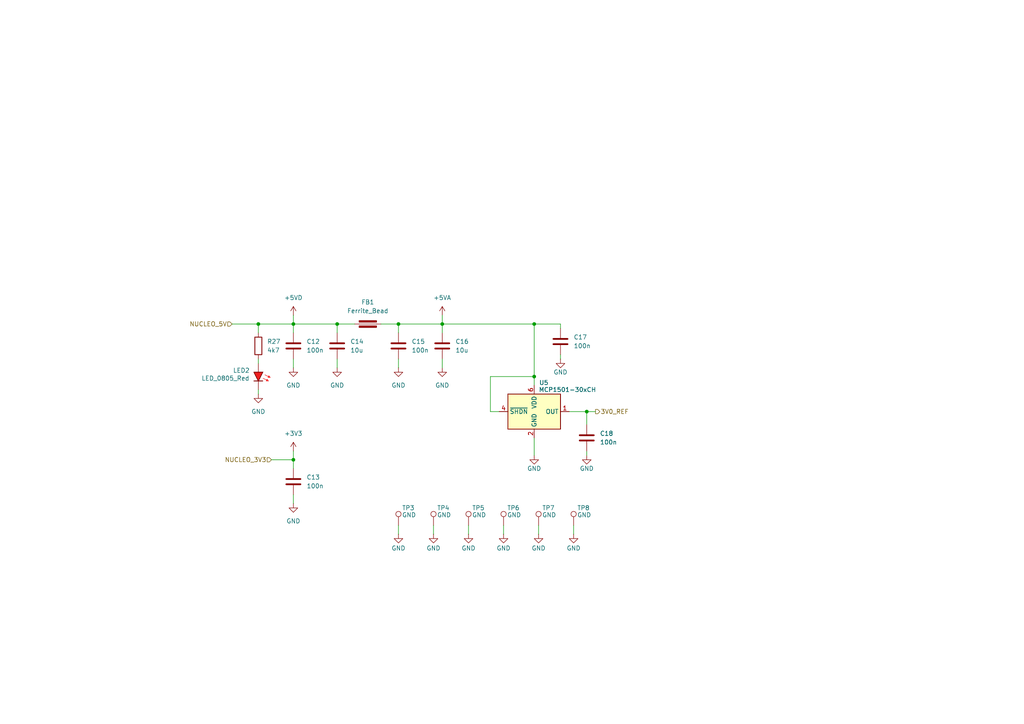
<source format=kicad_sch>
(kicad_sch (version 20231120) (generator "eeschema") (generator_version "8.0")
  (paper "A4")
  (lib_symbols
    (symbol "Connector:TestPoint" (pin_numbers hide) (pin_names (offset 0.762) hide)
      (property "Reference" "TP" (at 0 6.858 0))
      (property "Value" "TestPoint" (at 0 5.08 0))
      (symbol "TestPoint_0_1"
        (circle (center 0 3.302) (radius 0.762))
      )
      (symbol "TestPoint_1_1"
        (pin passive line (at 0 0 90) (length 2.54) (name "1") (number "1"))
      )
    )
    (symbol "PCM_Capacitor_AKL:C_0603" (pin_numbers hide) (pin_names (offset 0.254))
      (property "Reference" "C" (at 0.635 2.54 0))
      (property "Value" "C_0603" (at 0.635 -2.54 0))
      (symbol "C_0603_0_1"
        (polyline (pts (xy -2.032 -0.762) (xy 2.032 -0.762)) (stroke (width 0.508)))
        (polyline (pts (xy -2.032 0.762) (xy 2.032 0.762)) (stroke (width 0.508)))
      )
      (symbol "C_0603_0_2"
        (polyline (pts (xy -2.54 -2.54) (xy -0.381 -0.381)))
        (polyline (pts (xy -0.508 -0.508) (xy -1.651 0.635)) (stroke (width 0.508)))
        (polyline (pts (xy -0.508 -0.508) (xy 0.635 -1.651)) (stroke (width 0.508)))
        (polyline (pts (xy 0.381 0.381) (xy 2.54 2.54)))
        (polyline (pts (xy 0.508 0.508) (xy -0.635 1.651)) (stroke (width 0.508)))
        (polyline (pts (xy 0.508 0.508) (xy 1.651 -0.635)) (stroke (width 0.508)))
      )
      (symbol "C_0603_1_1"
        (pin passive line (at 0 3.81 270) (length 2.794) (name "~") (number "1"))
        (pin passive line (at 0 -3.81 90) (length 2.794) (name "~") (number "2"))
      )
      (symbol "C_0603_1_2"
        (pin passive line (at 2.54 2.54 270) (length 0) (name "~") (number "1"))
        (pin passive line (at -2.54 -2.54 90) (length 0) (name "~") (number "2"))
      )
    )
    (symbol "PCM_Capacitor_AKL:C_0805" (pin_numbers hide) (pin_names (offset 0.254))
      (property "Reference" "C" (at 0.635 2.54 0))
      (property "Value" "C_0805" (at 0.635 -2.54 0))
      (symbol "C_0805_0_1"
        (polyline (pts (xy -2.032 -0.762) (xy 2.032 -0.762)) (stroke (width 0.508)))
        (polyline (pts (xy -2.032 0.762) (xy 2.032 0.762)) (stroke (width 0.508)))
      )
      (symbol "C_0805_0_2"
        (polyline (pts (xy -2.54 -2.54) (xy -0.381 -0.381)))
        (polyline (pts (xy -0.508 -0.508) (xy -1.651 0.635)) (stroke (width 0.508)))
        (polyline (pts (xy -0.508 -0.508) (xy 0.635 -1.651)) (stroke (width 0.508)))
        (polyline (pts (xy 0.381 0.381) (xy 2.54 2.54)))
        (polyline (pts (xy 0.508 0.508) (xy -0.635 1.651)) (stroke (width 0.508)))
        (polyline (pts (xy 0.508 0.508) (xy 1.651 -0.635)) (stroke (width 0.508)))
      )
      (symbol "C_0805_1_1"
        (pin passive line (at 0 3.81 270) (length 2.794) (name "~") (number "1"))
        (pin passive line (at 0 -3.81 90) (length 2.794) (name "~") (number "2"))
      )
      (symbol "C_0805_1_2"
        (pin passive line (at 2.54 2.54 270) (length 0) (name "~") (number "1"))
        (pin passive line (at -2.54 -2.54 90) (length 0) (name "~") (number "2"))
      )
    )
    (symbol "PCM_Device_AKL:Ferrite_Bead" (pin_numbers hide) (pin_names (offset 0))
      (property "Reference" "FB" (at 0 4.572 0))
      (property "Value" "Ferrite_Bead" (at 0 3.175 0))
      (symbol "Ferrite_Bead_0_1"
        (rectangle (start -2.54 1.016) (end 2.54 0.508) (fill (type outline)))
        (polyline (pts (xy 2.54 0) (xy -2.54 0)))
      )
      (symbol "Ferrite_Bead_1_1"
        (rectangle (start -2.54 -0.508) (end 2.54 -1.016) (fill (type outline)))
        (pin passive line (at -3.81 0 0) (length 1.27) (name "~") (number "1"))
        (pin passive line (at 3.81 0 180) (length 1.27) (name "~") (number "2"))
      )
    )
    (symbol "PCM_LED_AKL:LED_0805_Red" (pin_numbers hide) (pin_names (offset 1.016) hide)
      (property "Reference" "LED" (at 0 7.62 0))
      (property "Value" "LED_0805_Red" (at 0 5.08 0))
      (symbol "LED_0805_Red_0_1"
        (polyline (pts (xy -0.508 1.905) (xy 0.254 3.429)) (stroke (width 0.1524) (color 240 30 30 1)))
        (polyline (pts (xy 0.508 1.397) (xy 1.27 2.921)) (stroke (width 0.1524) (color 240 30 30 1)))
        (polyline (pts (xy 1.27 1.27) (xy 1.27 -1.27)) (stroke (width 0.254)))
        (polyline (pts (xy -1.27 1.27) (xy -1.27 -1.27) (xy 1.27 0) (xy -1.27 1.27)) (stroke (width 0.254)) (fill (type color) (color 240 30 30 1)))
        (polyline (pts (xy 0.254 2.794) (xy -0.254 3.048) (xy 0.254 3.429) (xy 0.254 2.794)) (stroke (width 0) (color 240 30 30 1)) (fill (type outline)))
        (polyline (pts (xy 1.27 2.286) (xy 0.762 2.54) (xy 1.27 2.921) (xy 1.27 2.286)) (stroke (width 0.1524) (color 240 30 30 1)) (fill (type outline)))
      )
      (symbol "LED_0805_Red_0_2"
        (polyline (pts (xy -2.54 -2.54) (xy -0.889 -0.889)))
        (polyline (pts (xy -1.651 0.889) (xy -2.159 2.413)) (stroke (width 0) (color 240 30 30 1)))
        (polyline (pts (xy -0.508 1.27) (xy -1.016 2.794)) (stroke (width 0) (color 240 30 30 1)))
        (polyline (pts (xy 0 1.778) (xy 1.778 0)) (stroke (width 0.254)))
        (polyline (pts (xy 0.889 0.889) (xy 2.54 2.54)))
        (polyline (pts (xy -0.889 -0.889) (xy -1.778 0) (xy 0.889 0.889) (xy 0 -1.778) (xy -0.889 -0.889)) (stroke (width 0.254)) (fill (type color) (color 240 30 30 1)))
      )
      (symbol "LED_0805_Red_1_1"
        (pin passive line (at 3.81 0 180) (length 2.54) (name "K") (number "1"))
        (pin passive line (at -3.81 0 0) (length 2.54) (name "A") (number "2"))
      )
      (symbol "LED_0805_Red_1_2"
        (polyline (pts (xy -2.159 2.413) (xy -2.286 1.778) (xy -1.6764 1.9812) (xy -2.159 2.413)) (stroke (width 0) (color 240 30 30 1)) (fill (type outline)))
        (polyline (pts (xy -1.016 2.794) (xy -1.143 2.159) (xy -0.5334 2.3622) (xy -1.016 2.794)) (stroke (width 0) (color 240 30 30 1)) (fill (type outline)))
        (pin passive line (at 2.54 2.54 180) (length 0) (name "K") (number "1"))
        (pin passive line (at -2.54 -2.54 0) (length 0) (name "A") (number "2"))
      )
    )
    (symbol "PCM_Resistor_AKL:R_0603" (pin_numbers hide) (pin_names (offset 0))
      (property "Reference" "R" (at 2.54 1.27 0))
      (property "Value" "R_0603" (at 2.54 -1.27 0))
      (symbol "R_0603_0_1"
        (rectangle (start -1.016 2.54) (end 1.016 -2.54) (stroke (width 0.254)))
      )
      (symbol "R_0603_0_2"
        (polyline (pts (xy -2.54 -2.54) (xy -1.524 -1.524)))
        (polyline (pts (xy 1.524 1.524) (xy 2.54 2.54)))
        (polyline (pts (xy 1.524 1.524) (xy 0.889 2.159) (xy -2.159 -0.889) (xy -0.889 -2.159) (xy 2.159 0.889) (xy 1.524 1.524)) (stroke (width 0.254)))
      )
      (symbol "R_0603_1_1"
        (pin passive line (at 0 3.81 270) (length 1.27) (name "~") (number "1"))
        (pin passive line (at 0 -3.81 90) (length 1.27) (name "~") (number "2"))
      )
      (symbol "R_0603_1_2"
        (pin passive line (at 2.54 2.54 180) (length 0) (name "") (number "1"))
        (pin passive line (at -2.54 -2.54 0) (length 0) (name "") (number "2"))
      )
    )
    (symbol "Reference_Voltage:MCP1501-30xCH"
      (property "Reference" "U" (at -6.35 6.35 0))
      (property "Value" "MCP1501-30xCH" (at 10.16 6.35 0))
      (symbol "MCP1501-30xCH_0_0"
        (pin power_out line (at 10.16 0 180) (length 2.54) (name "OUT") (number "1"))
        (pin power_in line (at 0 -7.62 90) (length 2.54) (name "GND") (number "2"))
        (pin passive line (at 0 -7.62 90) (length 2.54) hide (name "GND") (number "3"))
        (pin input line (at -10.16 0 0) (length 2.54) (name "~{SHDN}") (number "4"))
        (pin passive line (at 0 -7.62 90) (length 2.54) hide (name "GND") (number "5"))
        (pin power_in line (at 0 7.62 270) (length 2.54) (name "VDD") (number "6"))
      )
      (symbol "MCP1501-30xCH_0_1"
        (rectangle (start -7.62 5.08) (end 7.62 -5.08) (stroke (width 0.254)) (fill (type background)))
      )
    )
    (symbol "power:+3V3" (power) (pin_numbers hide) (pin_names (offset 0) hide)
      (property "Value" "+3V3" (at 0 3.556 0))
      (symbol "+3V3_0_1"
        (polyline (pts (xy -0.762 1.27) (xy 0 2.54)))
        (polyline (pts (xy 0 0) (xy 0 2.54)))
        (polyline (pts (xy 0 2.54) (xy 0.762 1.27)))
      )
      (symbol "+3V3_1_1"
        (pin power_in line (at 0 0 90) (length 0) (name "~") (number "1"))
      )
    )
    (symbol "power:+5VA" (power) (pin_numbers hide) (pin_names (offset 0) hide)
      (property "Value" "+5VA" (at 0 3.556 0))
      (symbol "+5VA_0_1"
        (polyline (pts (xy -0.762 1.27) (xy 0 2.54)))
        (polyline (pts (xy 0 0) (xy 0 2.54)))
        (polyline (pts (xy 0 2.54) (xy 0.762 1.27)))
      )
      (symbol "+5VA_1_1"
        (pin power_in line (at 0 0 90) (length 0) (name "~") (number "1"))
      )
    )
    (symbol "power:+5VD" (power) (pin_numbers hide) (pin_names (offset 0) hide)
      (property "Value" "+5VD" (at 0 3.556 0))
      (symbol "+5VD_0_1"
        (polyline (pts (xy -0.762 1.27) (xy 0 2.54)))
        (polyline (pts (xy 0 0) (xy 0 2.54)))
        (polyline (pts (xy 0 2.54) (xy 0.762 1.27)))
      )
      (symbol "+5VD_1_1"
        (pin power_in line (at 0 0 90) (length 0) (name "~") (number "1"))
      )
    )
    (symbol "power:GND" (power) (pin_numbers hide) (pin_names (offset 0) hide)
      (property "Value" "GND" (at 0 -3.81 0))
      (symbol "GND_0_1"
        (polyline (pts (xy 0 0) (xy 0 -1.27) (xy 1.27 -1.27) (xy 0 -2.54) (xy -1.27 -1.27) (xy 0 -1.27)))
      )
      (symbol "GND_1_1"
        (pin power_in line (at 0 0 270) (length 0) (name "~") (number "1"))
      )
    )
  )
  (junction (at 154.94 93.98))
  (junction (at 115.57 93.98))
  (junction (at 74.93 93.98))
  (junction (at 154.94 109.22))
  (junction (at 85.09 133.35))
  (junction (at 85.09 93.98))
  (junction (at 97.79 93.98))
  (junction (at 170.18 119.38))
  (junction (at 128.27 93.98))
  (wire (pts (xy 154.94 93.98) (xy 154.94 109.22)))
  (wire (pts (xy 156.21 152.4) (xy 156.21 154.94)))
  (wire (pts (xy 154.94 127) (xy 154.94 132.08)))
  (wire (pts (xy 85.09 104.14) (xy 85.09 106.68)))
  (wire (pts (xy 85.09 133.35) (xy 85.09 135.89)))
  (wire (pts (xy 142.24 109.22) (xy 142.24 119.38)))
  (wire (pts (xy 154.94 109.22) (xy 142.24 109.22)))
  (wire (pts (xy 162.56 102.87) (xy 162.56 104.14)))
  (wire (pts (xy 125.73 152.4) (xy 125.73 154.94)))
  (wire (pts (xy 162.56 93.98) (xy 162.56 95.25)))
  (wire (pts (xy 110.49 93.98) (xy 115.57 93.98)))
  (wire (pts (xy 128.27 93.98) (xy 128.27 96.52)))
  (wire (pts (xy 85.09 93.98) (xy 85.09 96.52)))
  (wire (pts (xy 78.74 133.35) (xy 85.09 133.35)))
  (wire (pts (xy 170.18 119.38) (xy 172.72 119.38)))
  (wire (pts (xy 170.18 130.81) (xy 170.18 132.08)))
  (wire (pts (xy 74.93 104.14) (xy 74.93 105.41)))
  (wire (pts (xy 154.94 93.98) (xy 162.56 93.98)))
  (wire (pts (xy 97.79 93.98) (xy 97.79 96.52)))
  (wire (pts (xy 85.09 143.51) (xy 85.09 146.05)))
  (wire (pts (xy 115.57 93.98) (xy 115.57 96.52)))
  (wire (pts (xy 85.09 133.35) (xy 85.09 130.81)))
  (wire (pts (xy 165.1 119.38) (xy 170.18 119.38)))
  (wire (pts (xy 115.57 104.14) (xy 115.57 106.68)))
  (wire (pts (xy 115.57 152.4) (xy 115.57 154.94)))
  (wire (pts (xy 67.31 93.98) (xy 74.93 93.98)))
  (wire (pts (xy 74.93 93.98) (xy 85.09 93.98)))
  (wire (pts (xy 85.09 91.44) (xy 85.09 93.98)))
  (wire (pts (xy 128.27 91.44) (xy 128.27 93.98)))
  (wire (pts (xy 142.24 119.38) (xy 144.78 119.38)))
  (wire (pts (xy 154.94 109.22) (xy 154.94 111.76)))
  (wire (pts (xy 85.09 93.98) (xy 97.79 93.98)))
  (wire (pts (xy 115.57 93.98) (xy 128.27 93.98)))
  (wire (pts (xy 128.27 104.14) (xy 128.27 106.68)))
  (wire (pts (xy 166.37 152.4) (xy 166.37 154.94)))
  (wire (pts (xy 74.93 113.03) (xy 74.93 114.3)))
  (wire (pts (xy 135.89 152.4) (xy 135.89 154.94)))
  (wire (pts (xy 146.05 152.4) (xy 146.05 154.94)))
  (wire (pts (xy 74.93 93.98) (xy 74.93 96.52)))
  (wire (pts (xy 97.79 93.98) (xy 102.87 93.98)))
  (wire (pts (xy 128.27 93.98) (xy 154.94 93.98)))
  (wire (pts (xy 170.18 119.38) (xy 170.18 123.19)))
  (wire (pts (xy 97.79 104.14) (xy 97.79 106.68)))
  (hierarchical_label "NUCLEO_3V3" (shape input) (at 78.74 133.35 180))
  (hierarchical_label "NUCLEO_5V" (shape input) (at 67.31 93.98 180))
  (hierarchical_label "3V0_REF" (shape output) (at 172.72 119.38 0))
  (symbol (lib_id "power:GND") (at 115.57 154.94 0) (unit 1)
    (property "Reference" "#PWR041" (effects (hide yes)))
    (property "Value" "GND" (at 115.57 159.004 0))
    (property "Description" "Power symbol creates a global label with name \"GND\" , ground" (effects (hide yes)))
  )
  (symbol (lib_id "power:+5VA") (at 128.27 91.44 0) (unit 1)
    (property "Reference" "#PWR043" (effects (hide yes)))
    (property "Value" "+5VA" (at 128.27 86.36 0))
    (property "Description" "Power symbol creates a global label with name \"+5VA\"" (effects (hide yes)))
  )
  (symbol (lib_id "power:GND") (at 128.27 106.68 0) (unit 1)
    (property "Reference" "#PWR044" (effects (hide yes)))
    (property "Value" "GND" (at 128.27 111.76 0))
    (property "Description" "Power symbol creates a global label with name \"GND\" , ground" (effects (hide yes)))
  )
  (symbol (lib_id "power:GND") (at 146.05 154.94 0) (unit 1)
    (property "Reference" "#PWR046" (effects (hide yes)))
    (property "Value" "GND" (at 146.05 159.004 0))
    (property "Description" "Power symbol creates a global label with name \"GND\" , ground" (effects (hide yes)))
  )
  (symbol (lib_id "PCM_LED_AKL:LED_0805_Red") (at 74.93 109.22 270) (unit 1)
    (property "Reference" "LED2" (at 67.564 107.442 90) (effects (justify left)))
    (property "Value" "LED_0805_Red" (at 58.42 109.728 90) (effects (justify left)))
    (property "Footprint" "PCM_LED_SMD_AKL:LED_0805_2012Metric" (effects (hide yes)))
    (property "Description" "Red SMD LED, 0805, Alternate KiCad Library" (effects (hide yes)))
  )
  (symbol (lib_id "Connector:TestPoint") (at 115.57 152.4 0) (unit 1)
    (property "Reference" "TP3" (at 116.586 147.32 0) (effects (justify left)))
    (property "Value" "GND" (at 116.586 149.352 0) (effects (justify left)))
    (property "Footprint" "TestPoint:TestPoint_THTPad_D1.0mm_Drill0.5mm" (effects (hide yes)))
    (property "Description" "test point" (effects (hide yes)))
  )
  (symbol (lib_id "power:GND") (at 166.37 154.94 0) (unit 1)
    (property "Reference" "#PWR050" (effects (hide yes)))
    (property "Value" "GND" (at 166.37 159.004 0))
    (property "Description" "Power symbol creates a global label with name \"GND\" , ground" (effects (hide yes)))
  )
  (symbol (lib_id "PCM_Capacitor_AKL:C_0805") (at 97.79 100.33 0) (unit 1)
    (property "Reference" "C14" (at 101.6 99.0599 0) (effects (justify left)))
    (property "Value" "10u" (at 101.6 101.5999 0) (effects (justify left)))
    (property "Footprint" "PCM_Capacitor_SMD_AKL:C_0805_2012Metric" (effects (hide yes)))
    (property "Description" "SMD 0805 MLCC capacitor, Alternate KiCad Library" (effects (hide yes)))
  )
  (symbol (lib_id "power:GND") (at 97.79 106.68 0) (unit 1)
    (property "Reference" "#PWR039" (effects (hide yes)))
    (property "Value" "GND" (at 97.79 111.76 0))
    (property "Description" "Power symbol creates a global label with name \"GND\" , ground" (effects (hide yes)))
  )
  (symbol (lib_id "PCM_Capacitor_AKL:C_0603") (at 85.09 139.7 0) (unit 1)
    (property "Reference" "C13" (at 88.9 138.4299 0) (effects (justify left)))
    (property "Value" "100n" (at 88.9 140.9699 0) (effects (justify left)))
    (property "Footprint" "PCM_Capacitor_SMD_AKL:C_0603_1608Metric" (effects (hide yes)))
    (property "Description" "SMD 0603 MLCC capacitor, Alternate KiCad Library" (effects (hide yes)))
  )
  (symbol (lib_id "power:GND") (at 85.09 146.05 0) (unit 1)
    (property "Reference" "#PWR038" (effects (hide yes)))
    (property "Value" "GND" (at 85.09 151.13 0))
    (property "Description" "Power symbol creates a global label with name \"GND\" , ground" (effects (hide yes)))
  )
  (symbol (lib_id "power:GND") (at 162.56 104.14 0) (unit 1)
    (property "Reference" "#PWR049" (effects (hide yes)))
    (property "Value" "GND" (at 162.56 107.95 0))
    (property "Description" "Power symbol creates a global label with name \"GND\" , ground" (effects (hide yes)))
  )
  (symbol (lib_id "power:GND") (at 115.57 106.68 0) (unit 1)
    (property "Reference" "#PWR040" (effects (hide yes)))
    (property "Value" "GND" (at 115.57 111.76 0))
    (property "Description" "Power symbol creates a global label with name \"GND\" , ground" (effects (hide yes)))
  )
  (symbol (lib_id "power:GND") (at 170.18 132.08 0) (unit 1)
    (property "Reference" "#PWR051" (effects (hide yes)))
    (property "Value" "GND" (at 170.18 135.89 0))
    (property "Description" "Power symbol creates a global label with name \"GND\" , ground" (effects (hide yes)))
  )
  (symbol (lib_id "PCM_Capacitor_AKL:C_0603") (at 170.18 127 0) (unit 1)
    (property "Reference" "C18" (at 173.99 125.7299 0) (effects (justify left)))
    (property "Value" "100n" (at 173.99 128.2699 0) (effects (justify left)))
    (property "Footprint" "PCM_Capacitor_SMD_AKL:C_0603_1608Metric" (effects (hide yes)))
    (property "Description" "SMD 0603 MLCC capacitor, Alternate KiCad Library" (effects (hide yes)))
  )
  (symbol (lib_id "power:+5VD") (at 85.09 91.44 0) (unit 1)
    (property "Reference" "#PWR035" (effects (hide yes)))
    (property "Value" "+5VD" (at 85.09 86.36 0))
    (property "Description" "Power symbol creates a global label with name \"+5VD\"" (effects (hide yes)))
  )
  (symbol (lib_id "PCM_Device_AKL:Ferrite_Bead") (at 106.68 93.98 0) (unit 1)
    (property "Reference" "FB1" (at 106.68 87.63 0))
    (property "Value" "Ferrite_Bead" (at 106.68 90.17 0))
    (property "Footprint" "PCM_Ferrite_SMD_AKL:Ferrite_0603_1608Metric" (effects (hide yes)))
    (property "Datasheet" "https://datasheet.ciiva.com/pdfs/VipMasterIC/IC/MIDC/MIDC-S-A0009547413/MIDC-S-A0009547413-1.pdf?src-supplier=IHS+Markit" (effects (hide yes)))
    (property "Description" "Ferrite bead, Alternate KiCAD Library" (effects (hide yes)))
  )
  (symbol (lib_id "power:GND") (at 154.94 132.08 0) (unit 1)
    (property "Reference" "#PWR047" (effects (hide yes)))
    (property "Value" "GND" (at 154.94 135.89 0))
    (property "Description" "Power symbol creates a global label with name \"GND\" , ground" (effects (hide yes)))
  )
  (symbol (lib_id "power:GND") (at 125.73 154.94 0) (unit 1)
    (property "Reference" "#PWR042" (effects (hide yes)))
    (property "Value" "GND" (at 125.73 159.004 0))
    (property "Description" "Power symbol creates a global label with name \"GND\" , ground" (effects (hide yes)))
  )
  (symbol (lib_id "power:+3V3") (at 85.09 130.81 0) (unit 1)
    (property "Reference" "#PWR037" (effects (hide yes)))
    (property "Value" "+3V3" (at 85.09 125.73 0))
    (property "Description" "Power symbol creates a global label with name \"+3V3\"" (effects (hide yes)))
  )
  (symbol (lib_id "Connector:TestPoint") (at 135.89 152.4 0) (unit 1)
    (property "Reference" "TP5" (at 136.906 147.32 0) (effects (justify left)))
    (property "Value" "GND" (at 136.906 149.352 0) (effects (justify left)))
    (property "Footprint" "TestPoint:TestPoint_THTPad_D1.0mm_Drill0.5mm" (effects (hide yes)))
    (property "Description" "test point" (effects (hide yes)))
  )
  (symbol (lib_id "PCM_Capacitor_AKL:C_0805") (at 128.27 100.33 0) (unit 1)
    (property "Reference" "C16" (at 132.08 99.0599 0) (effects (justify left)))
    (property "Value" "10u" (at 132.08 101.5999 0) (effects (justify left)))
    (property "Footprint" "PCM_Capacitor_SMD_AKL:C_0805_2012Metric" (effects (hide yes)))
    (property "Description" "SMD 0805 MLCC capacitor, Alternate KiCad Library" (effects (hide yes)))
  )
  (symbol (lib_id "Connector:TestPoint") (at 125.73 152.4 0) (unit 1)
    (property "Reference" "TP4" (at 126.746 147.32 0) (effects (justify left)))
    (property "Value" "GND" (at 126.746 149.352 0) (effects (justify left)))
    (property "Footprint" "TestPoint:TestPoint_THTPad_D1.0mm_Drill0.5mm" (effects (hide yes)))
    (property "Description" "test point" (effects (hide yes)))
  )
  (symbol (lib_id "power:GND") (at 156.21 154.94 0) (unit 1)
    (property "Reference" "#PWR048" (effects (hide yes)))
    (property "Value" "GND" (at 156.21 159.004 0))
    (property "Description" "Power symbol creates a global label with name \"GND\" , ground" (effects (hide yes)))
  )
  (symbol (lib_id "PCM_Capacitor_AKL:C_0603") (at 85.09 100.33 0) (unit 1)
    (property "Reference" "C12" (at 88.9 99.0599 0) (effects (justify left)))
    (property "Value" "100n" (at 88.9 101.5999 0) (effects (justify left)))
    (property "Footprint" "PCM_Capacitor_SMD_AKL:C_0603_1608Metric" (effects (hide yes)))
    (property "Description" "SMD 0603 MLCC capacitor, Alternate KiCad Library" (effects (hide yes)))
  )
  (symbol (lib_id "power:GND") (at 85.09 106.68 0) (unit 1)
    (property "Reference" "#PWR036" (effects (hide yes)))
    (property "Value" "GND" (at 85.09 111.76 0))
    (property "Description" "Power symbol creates a global label with name \"GND\" , ground" (effects (hide yes)))
  )
  (symbol (lib_id "Connector:TestPoint") (at 156.21 152.4 0) (unit 1)
    (property "Reference" "TP7" (at 157.226 147.32 0) (effects (justify left)))
    (property "Value" "GND" (at 157.226 149.352 0) (effects (justify left)))
    (property "Footprint" "TestPoint:TestPoint_THTPad_D1.0mm_Drill0.5mm" (effects (hide yes)))
    (property "Description" "test point" (effects (hide yes)))
  )
  (symbol (lib_id "power:GND") (at 135.89 154.94 0) (unit 1)
    (property "Reference" "#PWR045" (effects (hide yes)))
    (property "Value" "GND" (at 135.89 159.004 0))
    (property "Description" "Power symbol creates a global label with name \"GND\" , ground" (effects (hide yes)))
  )
  (symbol (lib_id "PCM_Capacitor_AKL:C_0603") (at 162.56 99.06 0) (unit 1)
    (property "Reference" "C17" (at 166.37 97.7899 0) (effects (justify left)))
    (property "Value" "100n" (at 166.37 100.3299 0) (effects (justify left)))
    (property "Footprint" "PCM_Capacitor_SMD_AKL:C_0603_1608Metric" (effects (hide yes)))
    (property "Description" "SMD 0603 MLCC capacitor, Alternate KiCad Library" (effects (hide yes)))
  )
  (symbol (lib_id "Connector:TestPoint") (at 166.37 152.4 0) (unit 1)
    (property "Reference" "TP8" (at 167.386 147.32 0) (effects (justify left)))
    (property "Value" "GND" (at 167.386 149.352 0) (effects (justify left)))
    (property "Footprint" "TestPoint:TestPoint_THTPad_D1.0mm_Drill0.5mm" (effects (hide yes)))
    (property "Description" "test point" (effects (hide yes)))
  )
  (symbol (lib_id "Reference_Voltage:MCP1501-30xCH") (at 154.94 119.38 0) (unit 1)
    (property "Reference" "U5" (at 157.734 110.998 0))
    (property "Value" "MCP1501-30xCH" (at 164.592 113.03 0))
    (property "Footprint" "Package_TO_SOT_SMD:SOT-23-6" (effects (hide yes)))
    (property "Datasheet" "http://ww1.microchip.com/downloads/en/DeviceDoc/20005474E.pdf" (effects (hide yes)))
    (property "Description" "3V, 0.1%, 20mA, Precision Voltage Reference, SOT-23-6" (effects (hide yes)))
    (property "Mfg. Part Number" "MCP1501-30E/SN" (effects (hide yes)))
  )
  (symbol (lib_id "Connector:TestPoint") (at 146.05 152.4 0) (unit 1)
    (property "Reference" "TP6" (at 147.066 147.32 0) (effects (justify left)))
    (property "Value" "GND" (at 147.066 149.352 0) (effects (justify left)))
    (property "Footprint" "TestPoint:TestPoint_THTPad_D1.0mm_Drill0.5mm" (effects (hide yes)))
    (property "Description" "test point" (effects (hide yes)))
  )
  (symbol (lib_id "PCM_Resistor_AKL:R_0603") (at 74.93 100.33 0) (unit 1)
    (property "Reference" "R27" (at 77.47 99.0599 0) (effects (justify left)))
    (property "Value" "4k7" (at 77.47 101.5999 0) (effects (justify left)))
    (property "Footprint" "PCM_Resistor_SMD_AKL:R_0603_1608Metric" (effects (hide yes)))
    (property "Description" "SMD 0603 Chip Resistor, European Symbol, Alternate KiCad Library" (effects (hide yes)))
  )
  (symbol (lib_id "power:GND") (at 74.93 114.3 0) (unit 1)
    (property "Reference" "#PWR034" (effects (hide yes)))
    (property "Value" "GND" (at 74.93 119.38 0))
    (property "Description" "Power symbol creates a global label with name \"GND\" , ground" (effects (hide yes)))
  )
  (symbol (lib_id "PCM_Capacitor_AKL:C_0603") (at 115.57 100.33 0) (unit 1)
    (property "Reference" "C15" (at 119.38 99.0599 0) (effects (justify left)))
    (property "Value" "100n" (at 119.38 101.5999 0) (effects (justify left)))
    (property "Footprint" "PCM_Capacitor_SMD_AKL:C_0603_1608Metric" (effects (hide yes)))
    (property "Description" "SMD 0603 MLCC capacitor, Alternate KiCad Library" (effects (hide yes)))
  )
)
</source>
